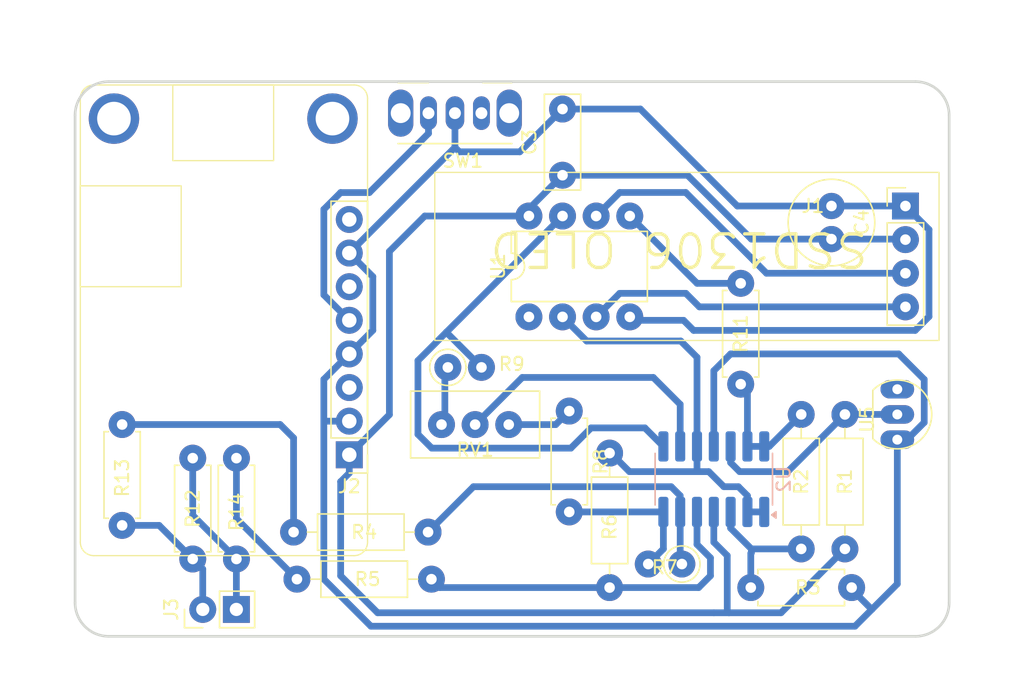
<source format=kicad_pcb>
(kicad_pcb (version 20241229) (generator "pcbnew") (generator_version "9.0")
  (layers (0 "F.Cu" signal) (2 "B.Cu" signal) (13 "F.Paste" user) (15 "B.Paste" user) (5 "F.SilkS" user "F.Silkscreen") (7 "B.SilkS" user "B.Silkscreen") (1 "F.Mask" user) (3 "B.Mask" user) (25 "Edge.Cuts" user))
  (net 0 "")
  (net 1 "GND")
  (net 2 "+5V")
  (net 3 "SDA")
  (net 4 "SCL")
  (net 5 "Net-(J3-Pin_2)")
  (net 7 "Net-(J3-Pin_1)")
  (net 8 "Net-(R9-Pad1)")
  (net 9 "AREF")
  (net 10 "AIN")
  (net 11 "AGND")
  (net 12 "Net-(R7-Pad2)")
  (net 13 "Net-(R8-Pad1)")
  (net 14 "Net-(R13-Pad2)")
  (net 15 "Net-(R14-Pad2)")
  (net 20 "Net-(J2-EN)")
  (net 21 "Net-(U2A-+)")
  (net 22 "Net-(U2D-+)")
  (net 23 "Net-(U2C--)")
  (net 24 "Net-(U2B--)")
  (net 25 "Net-(U2B-+)")
  (footprint "Resistor_THT:R_Axial_DIN0207_L6.3mm_D2.5mm_P10.16mm_Horizontal" (layer "F.Cu") (at 42.164 62.992)
    (property "Reference" "R5" (at 5.334 0 0) (layer "F.SilkS"))
    (property "Value" "1M 1%")
    (fp_line (start 1.04 0) (end 1.81 0) (stroke (width 0.12)) (layer "F.SilkS"))
    (fp_line (start 1.81 -1.37) (end 1.81 1.37) (stroke (width 0.12)) (layer "F.SilkS"))
    (fp_line (start 1.81 1.37) (end 8.35 1.37) (stroke (width 0.12)) (layer "F.SilkS"))
    (fp_line (start 8.35 -1.37) (end 1.81 -1.37) (stroke (width 0.12)) (layer "F.SilkS"))
    (fp_line (start 8.35 1.37) (end 8.35 -1.37) (stroke (width 0.12)) (layer "F.SilkS"))
    (fp_line (start 9.12 0) (end 8.35 0) (stroke (width 0.12)) (layer "F.SilkS"))
    (pad "1" thru_hole circle (at 0 0) (size 2.032 2.032) (drill 0.8) (layers "*.Cu" "*.Mask") (net 15 "Net-(R14-Pad2)"))
    (pad "2" thru_hole circle (at 10.16 0) (size 2.032 2.032) (drill 0.8) (layers "*.Cu" "*.Mask") (net 25 "Net-(U2B-+)"))
  )
  (footprint "MountingHole:MountingHole_2.2mm_M2" (layer "F.Cu") (at 29.21 63.5)
    (property "Reference" "REF**" (hide yes))
    (property "Value" "MountingHole_2.2mm_M2")
    (pad "" np_thru_hole circle (at 0 0) (size 2.2 2.2) (drill 2.2) (layers "*.Cu" "*.Mask"))
  )
  (footprint "Resistor_THT:R_Axial_DIN0207_L6.3mm_D2.5mm_P10.16mm_Horizontal" (layer "F.Cu") (at 41.91 59.436)
    (property "Reference" "R4" (at 5.334 0 0) (layer "F.SilkS"))
    (property "Value" "1M 1%")
    (fp_line (start 1.04 0) (end 1.81 0) (stroke (width 0.12)) (layer "F.SilkS"))
    (fp_line (start 1.81 -1.37) (end 1.81 1.37) (stroke (width 0.12)) (layer "F.SilkS"))
    (fp_line (start 1.81 1.37) (end 8.35 1.37) (stroke (width 0.12)) (layer "F.SilkS"))
    (fp_line (start 8.35 -1.37) (end 1.81 -1.37) (stroke (width 0.12)) (layer "F.SilkS"))
    (fp_line (start 8.35 1.37) (end 8.35 -1.37) (stroke (width 0.12)) (layer "F.SilkS"))
    (fp_line (start 9.12 0) (end 8.35 0) (stroke (width 0.12)) (layer "F.SilkS"))
    (pad "1" thru_hole circle (at 0 0) (size 2.032 2.032) (drill 0.8) (layers "*.Cu" "*.Mask") (net 14 "Net-(R13-Pad2)"))
    (pad "2" thru_hole circle (at 10.16 0) (size 2.032 2.032) (drill 0.8) (layers "*.Cu" "*.Mask") (net 24 "Net-(U2B--)"))
  )
  (footprint "Connector_PinHeader_2.54mm:PinHeader_1x02_P2.54mm_Vertical" (layer "F.Cu") (at 35.047 65.278 90)
    (property "Reference" "J3" (at 0 -2.38 90) (layer "F.SilkS"))
    (property "Value" "Conn_01x02_Pin")
    (fp_line (start -1.38 -1.38) (end 0 -1.38) (stroke (width 0.12)) (layer "F.SilkS"))
    (fp_line (start -1.38 0) (end -1.38 -1.38) (stroke (width 0.12)) (layer "F.SilkS"))
    (fp_line (start 1.38 1.27) (end 1.38 3.92) (stroke (width 0.12)) (layer "F.SilkS"))
    (fp_line (start -1.38 1.27) (end 1.38 1.27) (stroke (width 0.12)) (layer "F.SilkS"))
    (fp_line (start -1.38 1.27) (end -1.38 3.92) (stroke (width 0.12)) (layer "F.SilkS"))
    (fp_line (start -1.38 3.92) (end 1.38 3.92) (stroke (width 0.12)) (layer "F.SilkS"))
    (pad "1" thru_hole circle (at 0 0 90) (size 2.032 2.032) (drill 1) (layers "*.Cu" "*.Mask") (net 7 "Net-(J3-Pin_1)"))
    (pad "2" thru_hole rect (at 0 2.54 90) (size 2.032 2.032) (drill 1) (layers "*.Cu" "*.Mask") (net 5 "Net-(J3-Pin_2)"))
  )
  (footprint "User:PowerBoost 500C" (layer "F.Cu") (at 46.1175 53.594 180)
    (property "Reference" "J2" (at 0 -2.38 0) (layer "F.SilkS"))
    (property "Value" "PowerBoost_500C")
    (fp_line (start 20.32 -6.604) (end 20.32 26.924) (stroke (width 0.1)) (layer "F.SilkS"))
    (fp_line (start 19.304 27.94) (end -0.364 27.94) (stroke (width 0.1)) (layer "F.SilkS"))
    (fp_line (start 1.38 1.27) (end 1.38 19.16) (stroke (width 0.12)) (layer "F.SilkS"))
    (fp_line (start -0.364 -7.62) (end 19.304 -7.62) (stroke (width 0.1)) (layer "F.SilkS"))
    (fp_line (start -1.38 26.924) (end -1.38 -6.604) (stroke (width 0.1)) (layer "F.SilkS"))
    (fp_line (start -1.38 19.16) (end 1.38 19.16) (stroke (width 0.12)) (layer "F.SilkS"))
    (fp_line (start -1.38 1.27) (end 1.38 1.27) (stroke (width 0.12)) (layer "F.SilkS"))
    (fp_line (start -1.38 1.27) (end -1.38 19.16) (stroke (width 0.12)) (layer "F.SilkS"))
    (fp_line (start -1.38 0) (end -1.38 -1.38) (stroke (width 0.12)) (layer "F.SilkS"))
    (fp_line (start -1.38 -1.38) (end 0 -1.38) (stroke (width 0.12)) (layer "F.SilkS"))
    (fp_rect (start 12.7 12.7) (end 20.32 20.32) (stroke (width 0.1)) (fill no) (layer "F.SilkS"))
    (fp_rect (start 5.715 22.225) (end 13.335 27.94) (stroke (width 0.1)) (fill no) (layer "F.SilkS"))
    (fp_arc (start 20.32 26.924) (mid 20.02242 27.64242) (end 19.304 27.94) (stroke (width 0.1)) (layer "F.SilkS"))
    (fp_arc (start 19.304 -7.62) (mid 20.02242 -7.32242) (end 20.32 -6.604) (stroke (width 0.1)) (layer "F.SilkS"))
    (fp_arc (start -0.364 27.94) (mid -1.08242 27.64242) (end -1.38 26.924) (stroke (width 0.1)) (layer "F.SilkS"))
    (fp_arc (start -1.38 -6.604) (mid -1.08242 -7.32242) (end -0.364 -7.62) (stroke (width 0.1)) (layer "F.SilkS"))
    (pad "1" thru_hole rect (at 0 0 180) (size 2.032 2.032) (drill 1.0922) (layers "*.Cu" "*.Mask") (net 2 "+5V"))
    (pad "2" thru_hole circle (at 0 2.54 180) (size 2.032 2.032) (drill 1.0922) (layers "*.Cu" "*.Mask") (net 1 "GND"))
    (pad "3" thru_hole circle (at 0 5.08 180) (size 2.032 2.032) (drill 1.0922) (layers "*.Cu" "*.Mask"))
    (pad "4" thru_hole circle (at 0 7.62 180) (size 2.032 2.032) (drill 1.0922) (layers "*.Cu" "*.Mask") (net 1 "GND"))
    (pad "5" thru_hole circle (at 0 10.16 180) (size 2.032 2.032) (drill 1.0922) (layers "*.Cu" "*.Mask") (net 20 "Net-(J2-EN)"))
    (pad "6" thru_hole circle (at 0 12.7 180) (size 2.032 2.032) (drill 1.0922) (layers "*.Cu" "*.Mask"))
    (pad "7" thru_hole circle (at 0 15.24 180) (size 2.032 2.032) (drill 1.0922) (layers "*.Cu" "*.Mask") (net 1 "GND"))
    (pad "8" thru_hole circle (at 0 17.78 180) (size 2.032 2.032) (drill 1.0922) (layers "*.Cu" "*.Mask"))
    (pad "9" thru_hole circle (at 1.27 25.4 180) (size 3.81 3.81) (drill 2.54) (layers "*.Cu" "*.Mask"))
    (pad "9" thru_hole circle (at 17.78 25.4 180) (size 3.81 3.81) (drill 2.54) (layers "*.Cu" "*.Mask"))
  )
  (footprint "Resistor_THT:R_Axial_DIN0207_L6.3mm_D2.5mm_P7.62mm_Horizontal" (layer "F.Cu") (at 28.956 58.928 90)
    (property "Reference" "R13" (at 3.585 0 90) (layer "F.SilkS"))
    (property "Value" "1M 1%")
    (fp_line (start 7.08 -1.37) (end 7.08 -1.04) (stroke (width 0.12)) (layer "F.SilkS"))
    (fp_line (start 0.54 -1.37) (end 7.08 -1.37) (stroke (width 0.12)) (layer "F.SilkS"))
    (fp_line (start 0.54 -1.04) (end 0.54 -1.37) (stroke (width 0.12)) (layer "F.SilkS"))
    (fp_line (start 0.54 1.04) (end 0.54 1.37) (stroke (width 0.12)) (layer "F.SilkS"))
    (fp_line (start 7.08 1.37) (end 7.08 1.04) (stroke (width 0.12)) (layer "F.SilkS"))
    (fp_line (start 0.54 1.37) (end 7.08 1.37) (stroke (width 0.12)) (layer "F.SilkS"))
    (pad "1" thru_hole circle (at 0 0 90) (size 2.032 2.032) (drill 0.8) (layers "*.Cu" "*.Mask") (net 7 "Net-(J3-Pin_1)"))
    (pad "2" thru_hole circle (at 7.62 0 90) (size 2.032 2.032) (drill 0.8) (layers "*.Cu" "*.Mask") (net 14 "Net-(R13-Pad2)"))
  )
  (footprint "Capacitor_THT:C_Radial_D6.3mm_H7.0mm_P2.50mm" (layer "F.Cu") (at 82.55 37.298 90)
    (property "Reference" "C4" (at 1.27 2.286 90) (layer "F.SilkS"))
    (property "Value" "100u")
    (fp_circle (center 1.25 0) (end 4.52 0) (stroke (width 0.12)) (fill no) (layer "F.SilkS"))
    (pad "1" thru_hole circle (at 0 0 90) (size 1.9812 1.9812) (drill 0.8) (layers "*.Cu" "*.Mask") (net 2 "+5V"))
    (pad "2" thru_hole circle (at 2.5 0 90) (size 1.9812 1.9812) (drill 0.8) (layers "*.Cu" "*.Mask") (net 1 "GND"))
  )
  (footprint "User:SSD1306_128x32_OLED" (layer "F.Cu") (at 88.138 34.798)
    (property "Reference" "J1" (at -6.985 0 0) (layer "F.SilkS"))
    (property "Value" "SSD1306_128x32_OLED")
    (fp_line (start -1.38 -1.38) (end 0 -1.38) (stroke (width 0.12)) (layer "F.SilkS"))
    (fp_line (start -1.38 0) (end -1.38 -1.38) (stroke (width 0.12)) (layer "F.SilkS"))
    (fp_line (start -1.38 1.27) (end -1.38 9) (stroke (width 0.12)) (layer "F.SilkS"))
    (fp_line (start -1.38 1.27) (end 1.38 1.27) (stroke (width 0.12)) (layer "F.SilkS"))
    (fp_line (start -1.38 9) (end 1.38 9) (stroke (width 0.12)) (layer "F.SilkS"))
    (fp_line (start 1.38 1.27) (end 1.38 9) (stroke (width 0.12)) (layer "F.SilkS"))
    (fp_rect (start -35.56 -2.54) (end 2.54 10.16) (stroke (width 0.1)) (fill no) (layer "F.SilkS"))
    (fp_text user "SSD1306 OLED" (at -2.667 1.778 180) (layer "F.SilkS") (effects (font (size 2.54 2.54) (thickness 0.254)) (justify left bottom)))
    (pad "1" thru_hole rect (at 0 0) (size 2.032 2.032) (drill 0.8) (layers "*.Cu" "*.Mask") (net 1 "GND"))
    (pad "2" thru_hole circle (at 0 2.54) (size 2.032 2.032) (drill 0.8) (layers "*.Cu" "*.Mask") (net 2 "+5V"))
    (pad "3" thru_hole circle (at 0 5.08) (size 2.032 2.032) (drill 0.8) (layers "*.Cu" "*.Mask") (net 4 "SCL"))
    (pad "4" thru_hole circle (at 0 7.62) (size 2.032 2.032) (drill 0.8) (layers "*.Cu" "*.Mask") (net 3 "SDA"))
  )
  (footprint "MountingHole:MountingHole_2.2mm_M2" (layer "F.Cu") (at 87.63 29.21)
    (property "Reference" "REF**" (hide yes))
    (property "Value" "MountingHole_2.2mm_M2")
    (pad "" np_thru_hole circle (at 0 0) (size 2.2 2.2) (drill 2.2) (layers "*.Cu" "*.Mask"))
  )
  (footprint "Button_Switch_THT:SW_Slide_SPDT_Angled_CK_OS102011MA1Q" (layer "F.Cu") (at 56.102 27.781 180)
    (property "Reference" "SW1" (at 1.4 -3.6 0) (layer "F.SilkS"))
    (property "Value" "SW_SPDT")
    (fp_line (start 4 2.3) (end 6.3 2.3) (stroke (width 0.12)) (layer "F.SilkS"))
    (fp_line (start -2.3 2.3) (end -0.1 2.3) (stroke (width 0.12)) (layer "F.SilkS"))
    (fp_line (start -2.3 -2.3) (end 6.3 -2.3) (stroke (width 0.12)) (layer "F.SilkS"))
    (pad "" thru_hole oval (at -2.1 0 180) (size 1.905 3.556) (drill 1.5) (layers "*.Cu" "*.Mask"))
    (pad "" thru_hole oval (at 6.1 0 180) (size 1.905 3.556) (drill 1.5) (layers "*.Cu" "*.Mask"))
    (pad "1" thru_hole oval (at 0 0 180) (size 1.27 2.54) (drill 0.9) (layers "*.Cu" "*.Mask"))
    (pad "2" thru_hole oval (at 2 0 180) (size 1.397 2.54) (drill 0.9) (layers "*.Cu" "*.Mask") (net 1 "GND"))
    (pad "3" thru_hole oval (at 4 0 180) (size 1.27 2.54) (drill 0.9) (layers "*.Cu" "*.Mask") (net 20 "Net-(J2-EN)"))
  )
  (footprint "Resistor_THT:R_Axial_DIN0207_L6.3mm_D2.5mm_P7.62mm_Horizontal" (layer "F.Cu") (at 34.29 61.468 90)
    (property "Reference" "R12" (at 3.81 0 90) (layer "F.SilkS"))
    (property "Value" "10M 1%")
    (fp_line (start 7.08 -1.37) (end 7.08 -1.04) (stroke (width 0.12)) (layer "F.SilkS"))
    (fp_line (start 0.54 -1.37) (end 7.08 -1.37) (stroke (width 0.12)) (layer "F.SilkS"))
    (fp_line (start 0.54 -1.04) (end 0.54 -1.37) (stroke (width 0.12)) (layer "F.SilkS"))
    (fp_line (start 0.54 1.04) (end 0.54 1.37) (stroke (width 0.12)) (layer "F.SilkS"))
    (fp_line (start 7.08 1.37) (end 7.08 1.04) (stroke (width 0.12)) (layer "F.SilkS"))
    (fp_line (start 0.54 1.37) (end 7.08 1.37) (stroke (width 0.12)) (layer "F.SilkS"))
    (pad "1" thru_hole circle (at 0 0 90) (size 2.032 2.032) (drill 0.8) (layers "*.Cu" "*.Mask") (net 7 "Net-(J3-Pin_1)"))
    (pad "2" thru_hole circle (at 7.62 0 90) (size 2.032 2.032) (drill 0.8) (layers "*.Cu" "*.Mask") (net 5 "Net-(J3-Pin_2)"))
  )
  (footprint "Resistor_THT:R_Axial_DIN0207_L6.3mm_D2.5mm_P2.54mm_Vertical" (layer "F.Cu") (at 71.247 61.849 180)
    (property "Reference" "R7" (at 1.299 -0.254 0) (layer "F.SilkS"))
    (property "Value" "100k 1%")
    (fp_line (start 1.37 0) (end 1.44 0) (stroke (width 0.12)) (layer "F.SilkS"))
    (fp_circle (center 0 0) (end 1.37 0) (stroke (width 0.12)) (fill no) (layer "F.SilkS"))
    (pad "1" thru_hole circle (at 0 0 180) (size 2.032 2.032) (drill 0.8) (layers "*.Cu" "*.Mask") (net 24 "Net-(U2B--)"))
    (pad "2" thru_hole circle (at 2.54 0 180) (size 2.032 2.032) (drill 0.8) (layers "*.Cu" "*.Mask") (net 12 "Net-(R7-Pad2)"))
  )
  (footprint "Resistor_THT:R_Axial_DIN0207_L6.3mm_D2.5mm_P7.62mm_Horizontal" (layer "F.Cu") (at 76.454 63.627)
    (property "Reference" "R3" (at 4.318 0 0) (layer "F.SilkS"))
    (property "Value" "100k 1%")
    (fp_line (start 0.54 -1.37) (end 7.08 -1.37) (stroke (width 0.12)) (layer "F.SilkS"))
    (fp_line (start 0.54 -1.04) (end 0.54 -1.37) (stroke (width 0.12)) (layer "F.SilkS"))
    (fp_line (start 0.54 1.04) (end 0.54 1.37) (stroke (width 0.12)) (layer "F.SilkS"))
    (fp_line (start 0.54 1.37) (end 7.08 1.37) (stroke (width 0.12)) (layer "F.SilkS"))
    (fp_line (start 7.08 -1.37) (end 7.08 -1.04) (stroke (width 0.12)) (layer "F.SilkS"))
    (fp_line (start 7.08 1.37) (end 7.08 1.04) (stroke (width 0.12)) (layer "F.SilkS"))
    (pad "1" thru_hole circle (at 0 0) (size 2.032 2.032) (drill 0.8) (layers "*.Cu" "*.Mask") (net 21 "Net-(U2A-+)"))
    (pad "2" thru_hole circle (at 7.62 0) (size 2.032 2.032) (drill 0.8) (layers "*.Cu" "*.Mask") (net 1 "GND"))
  )
  (footprint "Resistor_THT:R_Axial_DIN0207_L6.3mm_D2.5mm_P10.16mm_Horizontal" (layer "F.Cu") (at 80.264 50.546 -90)
    (property "Reference" "R2" (at 5.08 0 90) (layer "F.SilkS"))
    (property "Value" "100k 1%")
    (fp_line (start 1.81 1.37) (end 8.35 1.37) (stroke (width 0.12)) (layer "F.SilkS"))
    (fp_line (start 8.35 1.37) (end 8.35 -1.37) (stroke (width 0.12)) (layer "F.SilkS"))
    (fp_line (start 1.04 0) (end 1.81 0) (stroke (width 0.12)) (layer "F.SilkS"))
    (fp_line (start 9.12 0) (end 8.35 0) (stroke (width 0.12)) (layer "F.SilkS"))
    (fp_line (start 1.81 -1.37) (end 1.81 1.37) (stroke (width 0.12)) (layer "F.SilkS"))
    (fp_line (start 8.35 -1.37) (end 1.81 -1.37) (stroke (width 0.12)) (layer "F.SilkS"))
    (pad "1" thru_hole circle (at 0 0 270) (size 2.032 2.032) (drill 0.8) (layers "*.Cu" "*.Mask") (net 9 "AREF"))
    (pad "2" thru_hole circle (at 10.16 0 270) (size 2.032 2.032) (drill 0.8) (layers "*.Cu" "*.Mask") (net 21 "Net-(U2A-+)"))
  )
  (footprint "Package_DIP:DIP-8_W7.62mm" (layer "F.Cu") (at 59.69 43.175 90)
    (property "Reference" "U1" (at 3.81 -2.33 90) (layer "F.SilkS"))
    (property "Value" "ATtiny85-20P")
    (fp_line (start 6.46 -1.33) (end 4.81 -1.33) (stroke (width 0.12)) (layer "F.SilkS"))
    (fp_line (start 2.81 -1.33) (end 1.16 -1.33) (stroke (width 0.12)) (layer "F.SilkS"))
    (fp_line (start 1.16 -1.33) (end 1.16 8.95) (stroke (width 0.12)) (layer "F.SilkS"))
    (fp_line (start 6.46 8.95) (end 6.46 -1.33) (stroke (width 0.12)) (layer "F.SilkS"))
    (fp_line (start 1.16 8.95) (end 6.46 8.95) (stroke (width 0.12)) (layer "F.SilkS"))
    (fp_arc (start 4.81 -1.33) (mid 3.81 -0.33) (end 2.81 -1.33) (stroke (width 0.12)) (layer "F.SilkS"))
    (pad "1" thru_hole circle (at 0 0 90) (size 2.032 2.032) (drill 0.8) (layers "*.Cu" "*.Mask"))
    (pad "2" thru_hole circle (at 0 2.54 90) (size 2.032 2.032) (drill 0.8) (layers "*.Cu" "*.Mask") (net 11 "AGND"))
    (pad "3" thru_hole circle (at 0 5.08 90) (size 2.032 2.032) (drill 0.8) (layers "*.Cu" "*.Mask") (net 3 "SDA"))
    (pad "4" thru_hole circle (at 0 7.62 90) (size 2.032 2.032) (drill 0.8) (layers "*.Cu" "*.Mask") (net 1 "GND"))
    (pad "5" thru_hole circle (at 7.62 7.62 90) (size 2.032 2.032) (drill 0.8) (layers "*.Cu" "*.Mask") (net 9 "AREF"))
    (pad "6" thru_hole circle (at 7.62 5.08 90) (size 2.032 2.032) (drill 0.8) (layers "*.Cu" "*.Mask") (net 4 "SCL"))
    (pad "7" thru_hole circle (at 7.62 2.54 90) (size 2.032 2.032) (drill 0.8) (layers "*.Cu" "*.Mask") (net 10 "AIN"))
    (pad "8" thru_hole circle (at 7.62 0 90) (size 2.032 2.032) (drill 0.8) (layers "*.Cu" "*.Mask") (net 2 "+5V"))
  )
  (footprint "Resistor_THT:R_Axial_DIN0207_L6.3mm_D2.5mm_P10.16mm_Horizontal" (layer "F.Cu") (at 83.566 60.706 90)
    (property "Reference" "R1" (at 5.08 0 90) (layer "F.SilkS"))
    (property "Value" "220K")
    (fp_line (start 8.35 -1.37) (end 1.81 -1.37) (stroke (width 0.12)) (layer "F.SilkS"))
    (fp_line (start 1.81 -1.37) (end 1.81 1.37) (stroke (width 0.12)) (layer "F.SilkS"))
    (fp_line (start 9.12 0) (end 8.35 0) (stroke (width 0.12)) (layer "F.SilkS"))
    (fp_line (start 1.04 0) (end 1.81 0) (stroke (width 0.12)) (layer "F.SilkS"))
    (fp_line (start 8.35 1.37) (end 8.35 -1.37) (stroke (width 0.12)) (layer "F.SilkS"))
    (fp_line (start 1.81 1.37) (end 8.35 1.37) (stroke (width 0.12)) (layer "F.SilkS"))
    (pad "1" thru_hole circle (at 0 0 90) (size 2.032 2.032) (drill 0.8) (layers "*.Cu" "*.Mask") (net 2 "+5V"))
    (pad "2" thru_hole circle (at 10.16 0 90) (size 2.032 2.032) (drill 0.8) (layers "*.Cu" "*.Mask") (net 22 "Net-(U2D-+)"))
  )
  (footprint "Resistor_THT:R_Axial_DIN0207_L6.3mm_D2.5mm_P7.62mm_Horizontal" (layer "F.Cu") (at 62.738 50.292 -90)
    (property "Reference" "R8" (at 3.81 -2.37 270) (layer "F.SilkS"))
    (property "Value" "100k 1%")
    (fp_line (start 0.54 1.37) (end 7.08 1.37) (stroke (width 0.12)) (layer "F.SilkS"))
    (fp_line (start 7.08 1.37) (end 7.08 1.04) (stroke (width 0.12)) (layer "F.SilkS"))
    (fp_line (start 0.54 1.04) (end 0.54 1.37) (stroke (width 0.12)) (layer "F.SilkS"))
    (fp_line (start 0.54 -1.04) (end 0.54 -1.37) (stroke (width 0.12)) (layer "F.SilkS"))
    (fp_line (start 0.54 -1.37) (end 7.08 -1.37) (stroke (width 0.12)) (layer "F.SilkS"))
    (fp_line (start 7.08 -1.37) (end 7.08 -1.04) (stroke (width 0.12)) (layer "F.SilkS"))
    (pad "1" thru_hole circle (at 0 0 270) (size 2.032 2.032) (drill 0.8) (layers "*.Cu" "*.Mask") (net 13 "Net-(R8-Pad1)"))
    (pad "2" thru_hole circle (at 7.62 0 270) (size 2.032 2.032) (drill 0.8) (layers "*.Cu" "*.Mask") (net 12 "Net-(R7-Pad2)"))
  )
  (footprint "Resistor_THT:R_Axial_DIN0207_L6.3mm_D2.5mm_P7.62mm_Horizontal" (layer "F.Cu") (at 37.592 61.468 90)
    (property "Reference" "R14" (at 3.556 0 90) (layer "F.SilkS"))
    (property "Value" "1M 1%")
    (fp_line (start 7.08 -1.37) (end 7.08 -1.04) (stroke (width 0.12)) (layer "F.SilkS"))
    (fp_line (start 0.54 -1.37) (end 7.08 -1.37) (stroke (width 0.12)) (layer "F.SilkS"))
    (fp_line (start 0.54 -1.04) (end 0.54 -1.37) (stroke (width 0.12)) (layer "F.SilkS"))
    (fp_line (start 0.54 1.04) (end 0.54 1.37) (stroke (width 0.12)) (layer "F.SilkS"))
    (fp_line (start 7.08 1.37) (end 7.08 1.04) (stroke (width 0.12)) (layer "F.SilkS"))
    (fp_line (start 0.54 1.37) (end 7.08 1.37) (stroke (width 0.12)) (layer "F.SilkS"))
    (pad "1" thru_hole circle (at 0 0 90) (size 2.032 2.032) (drill 0.8) (layers "*.Cu" "*.Mask") (net 5 "Net-(J3-Pin_2)"))
    (pad "2" thru_hole circle (at 7.62 0 90) (size 2.032 2.032) (drill 0.8) (layers "*.Cu" "*.Mask") (net 15 "Net-(R14-Pad2)"))
  )
  (footprint "Package_TO_SOT_THT:TO-92_Inline" (layer "F.Cu") (at 87.524 49.276 -90)
    (property "Reference" "U5" (at 1.651 2.286 90) (layer "F.SilkS"))
    (property "Value" "LM385BZ-2.5")
    (fp_line (start -0.53 1.85) (end 3.07 1.85) (stroke (width 0.12)) (layer "F.SilkS"))
    (fp_arc (start -0.568478 1.838478) (mid -1.132087 -0.994977) (end 1.27 -2.6) (stroke (width 0.12)) (layer "F.SilkS"))
    (fp_arc (start 1.27 -2.6) (mid 3.672087 -0.994977) (end 3.108478 1.838478) (stroke (width 0.12)) (layer "F.SilkS"))
    (pad "1" thru_hole oval (at -0.635 0 270) (size 1.397 2.54) (drill 0.75) (layers "*.Cu" "*.Mask"))
    (pad "2" thru_hole oval (at 1.27 0 270) (size 1.397 2.54) (drill 0.75) (layers "*.Cu" "*.Mask") (net 22 "Net-(U2D-+)"))
    (pad "3" thru_hole oval (at 3.175 0 270) (size 1.397 2.54) (drill 0.75) (layers "*.Cu" "*.Mask") (net 1 "GND"))
  )
  (footprint "Potentiometer_THT:Potentiometer_Bourns_3296W_Vertical" (layer "F.Cu") (at 53.086 51.313 180)
    (property "Reference" "RV1" (at -2.54 -1.905 0) (layer "F.SilkS"))
    (property "Value" "100k 15T")
    (fp_line (start 2.335 -2.52) (end 2.335 2.53) (stroke (width 0.12)) (layer "F.SilkS"))
    (fp_line (start -7.415 2.53) (end 2.335 2.53) (stroke (width 0.12)) (layer "F.SilkS"))
    (fp_line (start -7.415 -2.52) (end 2.335 -2.52) (stroke (width 0.12)) (layer "F.SilkS"))
    (fp_line (start -7.415 -2.52) (end -7.415 2.53) (stroke (width 0.12)) (layer "F.SilkS"))
    (pad "1" thru_hole circle (at 0 0 180) (size 2.032 2.032) (drill 0.8) (layers "*.Cu" "*.Mask") (net 8 "Net-(R9-Pad1)"))
    (pad "2" thru_hole circle (at -2.54 0 180) (size 2.032 2.032) (drill 0.8) (layers "*.Cu" "*.Mask") (net 23 "Net-(U2C--)"))
    (pad "3" thru_hole circle (at -5.08 0 180) (size 2.032 2.032) (drill 0.8) (layers "*.Cu" "*.Mask") (net 13 "Net-(R8-Pad1)"))
  )
  (footprint "Resistor_THT:R_Axial_DIN0207_L6.3mm_D2.5mm_P7.62mm_Horizontal" (layer "F.Cu") (at 75.692 40.64 -90)
    (property "Reference" "R11" (at 3.81 0 90) (layer "F.SilkS"))
    (property "Value" "0")
    (fp_line (start 0.54 1.37) (end 7.08 1.37) (stroke (width 0.12)) (layer "F.SilkS"))
    (fp_line (start 7.08 1.37) (end 7.08 1.04) (stroke (width 0.12)) (layer "F.SilkS"))
    (fp_line (start 0.54 1.04) (end 0.54 1.37) (stroke (width 0.12)) (layer "F.SilkS"))
    (fp_line (start 0.54 -1.04) (end 0.54 -1.37) (stroke (width 0.12)) (layer "F.SilkS"))
    (fp_line (start 0.54 -1.37) (end 7.08 -1.37) (stroke (width 0.12)) (layer "F.SilkS"))
    (fp_line (start 7.08 -1.37) (end 7.08 -1.04) (stroke (width 0.12)) (layer "F.SilkS"))
    (pad "1" thru_hole circle (at 0 0 270) (size 2.032 2.032) (drill 0.8) (layers "*.Cu" "*.Mask") (net 9 "AREF"))
    (pad "2" thru_hole circle (at 7.62 0 270) (size 2.032 2.032) (drill 0.8) (layers "*.Cu" "*.Mask") (net 9 "AREF"))
  )
  (footprint "Capacitor_THT:C_Disc_D7.0mm_W2.5mm_P5.00mm" (layer "F.Cu") (at 62.23 32.472 90)
    (property "Reference" "C3" (at 2.5 -2.5 90) (layer "F.SilkS"))
    (property "Value" "100n")
    (fp_line (start 6.12 -1.37) (end 6.12 1.37) (stroke (width 0.12)) (layer "F.SilkS"))
    (fp_line (start -1.12 -1.37) (end 6.12 -1.37) (stroke (width 0.12)) (layer "F.SilkS"))
    (fp_line (start -1.12 -1.37) (end -1.12 1.37) (stroke (width 0.12)) (layer "F.SilkS"))
    (fp_line (start -1.12 1.37) (end 6.12 1.37) (stroke (width 0.12)) (layer "F.SilkS"))
    (pad "1" thru_hole circle (at 0 0 90) (size 2.032 2.032) (drill 0.8) (layers "*.Cu" "*.Mask") (net 2 "+5V"))
    (pad "2" thru_hole circle (at 5 0 90) (size 2.032 2.032) (drill 0.8) (layers "*.Cu" "*.Mask") (net 1 "GND"))
  )
  (footprint "Resistor_THT:R_Axial_DIN0207_L6.3mm_D2.5mm_P2.54mm_Vertical" (layer "F.Cu") (at 53.565 46.99)
    (property "Reference" "R9" (at 4.826 -0.254 0) (layer "F.SilkS"))
    (property "Value" "100k 1%")
    (fp_line (start 1.37 0) (end 1.44 0) (stroke (width 0.12)) (layer "F.SilkS"))
    (fp_circle (center 0 0) (end 1.37 0) (stroke (width 0.12)) (fill no) (layer "F.SilkS"))
    (pad "1" thru_hole circle (at 0 0) (size 2.032 2.032) (drill 0.8) (layers "*.Cu" "*.Mask") (net 8 "Net-(R9-Pad1)"))
    (pad "2" thru_hole circle (at 2.54 0) (size 2.032 2.032) (drill 0.8) (layers "*.Cu" "*.Mask") (net 10 "AIN"))
  )
  (footprint "Resistor_THT:R_Axial_DIN0207_L6.3mm_D2.5mm_P10.16mm_Horizontal" (layer "F.Cu") (at 65.786 63.627 90)
    (property "Reference" "R6" (at 4.572 0 90) (layer "F.SilkS"))
    (property "Value" "100k 1%")
    (fp_line (start 8.35 -1.37) (end 1.81 -1.37) (stroke (width 0.12)) (layer "F.SilkS"))
    (fp_line (start 1.81 -1.37) (end 1.81 1.37) (stroke (width 0.12)) (layer "F.SilkS"))
    (fp_line (start 9.12 0) (end 8.35 0) (stroke (width 0.12)) (layer "F.SilkS"))
    (fp_line (start 1.04 0) (end 1.81 0) (stroke (width 0.12)) (layer "F.SilkS"))
    (fp_line (start 8.35 1.37) (end 8.35 -1.37) (stroke (width 0.12)) (layer "F.SilkS"))
    (fp_line (start 1.81 1.37) (end 8.35 1.37) (stroke (width 0.12)) (layer "F.SilkS"))
    (pad "1" thru_hole circle (at 0 0 90) (size 2.032 2.032) (drill 0.8) (layers "*.Cu" "*.Mask") (net 25 "Net-(U2B-+)"))
    (pad "2" thru_hole circle (at 10.16 0 90) (size 2.032 2.032) (drill 0.8) (layers "*.Cu" "*.Mask") (net 11 "AGND"))
  )
  (footprint "Package_SO:SOIC-14_3.9x8.7mm_P1.27mm" (layer "B.Cu") (at 73.66 55.437 90)
    (property "Reference" "U2" (at 0 5.28 90) (layer "B.SilkS") (effects (justify mirror)))
    (property "Value" "OPA4340UA")
    (fp_line (start 0 -4.435) (end 1.95 -4.435) (stroke (width 0.12)) (layer "B.SilkS"))
    (fp_line (start 0 -4.435) (end -1.95 -4.435) (stroke (width 0.12)) (layer "B.SilkS"))
    (fp_line (start 0 4.435) (end 1.95 4.435) (stroke (width 0.12)) (layer "B.SilkS"))
    (fp_line (start 0 4.435) (end -1.95 4.435) (stroke (width 0.12)) (layer "B.SilkS"))
    (fp_poly (pts (xy -2.7 4.37) (xy -2.94 4.7) (xy -2.46 4.7)) (stroke (width 0.12)) (fill yes) (layer "B.SilkS"))
    (pad "1" smd roundrect (at -2.475 3.81 90) (size 2.286 0.762) (layers "B.Cu" "B.Mask" "B.Paste") (net 11 "AGND"))
    (pad "2" smd roundrect (at -2.475 2.54 90) (size 2.286 0.762) (layers "B.Cu" "B.Mask" "B.Paste") (net 11 "AGND"))
    (pad "3" smd roundrect (at -2.475 1.27 90) (size 2.286 0.762) (layers "B.Cu" "B.Mask" "B.Paste") (net 21 "Net-(U2A-+)"))
    (pad "4" smd roundrect (at -2.475 0 90) (size 2.286 0.762) (layers "B.Cu" "B.Mask" "B.Paste") (net 2 "+5V"))
    (pad "5" smd roundrect (at -2.475 -1.27 90) (size 2.286 0.762) (layers "B.Cu" "B.Mask" "B.Paste") (net 25 "Net-(U2B-+)"))
    (pad "6" smd roundrect (at -2.475 -2.54 90) (size 2.286 0.762) (layers "B.Cu" "B.Mask" "B.Paste") (net 24 "Net-(U2B--)"))
    (pad "7" smd roundrect (at -2.475 -3.81 90) (size 2.286 0.762) (layers "B.Cu" "B.Mask" "B.Paste") (net 12 "Net-(R7-Pad2)"))
    (pad "8" smd roundrect (at 2.475 -3.81 90) (size 2.286 0.762) (layers "B.Cu" "B.Mask" "B.Paste") (net 10 "AIN"))
    (pad "9" smd roundrect (at 2.475 -2.54 90) (size 2.286 0.762) (layers "B.Cu" "B.Mask" "B.Paste") (net 23 "Net-(U2C--)"))
    (pad "10" smd roundrect (at 2.475 -1.27 90) (size 2.286 0.762) (layers "B.Cu" "B.Mask" "B.Paste") (net 11 "AGND"))
    (pad "11" smd roundrect (at 2.475 0 90) (size 2.286 0.762) (layers "B.Cu" "B.Mask" "B.Paste") (net 1 "GND"))
    (pad "12" smd roundrect (at 2.475 1.27 90) (size 2.286 0.762) (layers "B.Cu" "B.Mask" "B.Paste") (net 22 "Net-(U2D-+)"))
    (pad "13" smd roundrect (at 2.475 2.54 90) (size 2.286 0.762) (layers "B.Cu" "B.Mask" "B.Paste") (net 9 "AREF"))
    (pad "14" smd roundrect (at 2.475 3.81 90) (size 2.286 0.762) (layers "B.Cu" "B.Mask" "B.Paste") (net 9 "AREF"))
  )
  (gr_arc (start 88.9 25.4) (mid 90.696051 26.143949) (end 91.44 27.94) (stroke (width 0.2)) (layer "Edge.Cuts"))
  (gr_arc (start 91.44 64.77) (mid 90.696051 66.566051) (end 88.9 67.31) (stroke (width 0.2)) (layer "Edge.Cuts"))
  (gr_line (start 88.9 67.31) (end 27.94 67.31) (stroke (width 0.2)) (layer "Edge.Cuts"))
  (gr_arc (start 25.4 27.94) (mid 26.143949 26.143949) (end 27.94 25.4) (stroke (width 0.2)) (layer "Edge.Cuts"))
  (gr_line (start 25.4 64.77) (end 25.4 27.94) (stroke (width 0.2)) (layer "Edge.Cuts"))
  (gr_arc (start 27.94 67.31) (mid 26.143949 66.566051) (end 25.4 64.77) (stroke (width 0.2)) (layer "Edge.Cuts"))
  (gr_line (start 91.44 27.94) (end 91.44 64.77) (stroke (width 0.2)) (layer "Edge.Cuts"))
  (gr_line (start 27.94 25.4) (end 88.9 25.4) (stroke (width 0.2)) (layer "Edge.Cuts"))
  (segment (start 73.66 47.244) (end 73.66 52.962) (width 0.508) (layer "B.Cu") (net 1))
  (segment (start 88.257373 52.451) (end 89.557 51.151373) (width 0.508) (layer "B.Cu") (net 1))
  (segment (start 85.5975 65.2775) (end 87.524 63.351) (width 0.508) (layer "B.Cu") (net 1))
  (segment (start 46.1175 45.974) (end 44.196 47.8955) (width 0.508) (layer "B.Cu") (net 1))
  (segment (start 87.524 52.451) (end 88.257373 52.451) (width 0.508) (layer "B.Cu") (net 1))
  (segment (start 47.8965 44.195) (end 46.1175 45.974) (width 0.508) (layer "B.Cu") (net 1))
  (segment (start 44.196 47.8955) (end 44.196 51.054) (width 0.508) (layer "B.Cu") (net 1))
  (segment (start 46.1175 38.354) (end 54.102 30.3695) (width 0.508) (layer "B.Cu") (net 1))
  (segment (start 54.4355 30.703) (end 58.999 30.703) (width 0.508) (layer "B.Cu") (net 1))
  (segment (start 82.55 34.798) (end 88.138 34.798) (width 0.508) (layer "B.Cu") (net 1))
  (segment (start 89.557 47.901) (end 87.63 45.974) (width 0.508) (layer "B.Cu") (net 1))
  (segment (start 46.1175 38.354) (end 47.8965 40.133) (width 0.508) (layer "B.Cu") (net 1))
  (segment (start 46.1175 51.054) (end 44.196 51.054) (width 0.508) (layer "B.Cu") (net 1))
  (segment (start 68.112 27.472) (end 71.374 30.734) (width 0.508) (layer "B.Cu") (net 1))
  (segment (start 84.074 63.754) (end 85.5975 65.2775) (width 0.508) (layer "B.Cu") (net 1))
  (segment (start 54.102 30.3695) (end 54.102 28.162) (width 0.508) (layer "B.Cu") (net 1))
  (segment (start 67.31 43.175) (end 67.569 43.434) (width 0.508) (layer "B.Cu") (net 1))
  (segment (start 89.917 43.154886) (end 89.917 36.577) (width 0.508) (layer "B.Cu") (net 1))
  (segment (start 67.569 43.434) (end 71.374 43.434) (width 0.508) (layer "B.Cu") (net 1))
  (segment (start 44.196 62.992) (end 47.751 66.547) (width 0.508) (layer "B.Cu") (net 1))
  (segment (start 88.874886 44.197) (end 89.917 43.154886) (width 0.508) (layer "B.Cu") (net 1))
  (segment (start 75.438 34.798) (end 82.55 34.798) (width 0.508) (layer "B.Cu") (net 1))
  (segment (start 72.137 44.197) (end 88.874886 44.197) (width 0.508) (layer "B.Cu") (net 1))
  (segment (start 74.93 45.974) (end 73.66 47.244) (width 0.508) (layer "B.Cu") (net 1))
  (segment (start 47.751 66.547) (end 84.328 66.547) (width 0.508) (layer "B.Cu") (net 1))
  (segment (start 89.557 51.151373) (end 89.557 47.901) (width 0.508) (layer "B.Cu") (net 1))
  (segment (start 87.524 63.351) (end 87.524 52.451) (width 0.508) (layer "B.Cu") (net 1))
  (segment (start 71.374 30.734) (end 75.438 34.798) (width 0.508) (layer "B.Cu") (net 1))
  (segment (start 54.102 30.3695) (end 54.4355 30.703) (width 0.508) (layer "B.Cu") (net 1))
  (segment (start 58.999 30.703) (end 62.23 27.472) (width 0.508) (layer "B.Cu") (net 1))
  (segment (start 89.917 36.577) (end 88.138 34.798) (width 0.508) (layer "B.Cu") (net 1))
  (segment (start 47.8965 40.133) (end 47.8965 44.195) (width 0.508) (layer "B.Cu") (net 1))
  (segment (start 84.328 66.547) (end 85.5975 65.2775) (width 0.508) (layer "B.Cu") (net 1))
  (segment (start 71.374 43.434) (end 72.137 44.197) (width 0.508) (layer "B.Cu") (net 1))
  (segment (start 44.196 51.054) (end 44.196 62.992) (width 0.508) (layer "B.Cu") (net 1))
  (segment (start 87.63 45.974) (end 74.93 45.974) (width 0.508) (layer "B.Cu") (net 1))
  (segment (start 62.23 27.472) (end 68.112 27.472) (width 0.508) (layer "B.Cu") (net 1))
  (segment (start 78.742 65.53) (end 74.803 65.53) (width 0.508) (layer "B.Cu") (net 2))
  (segment (start 46.1175 54.9745) (end 46.1175 53.594) (width 0.508) (layer "B.Cu") (net 2))
  (segment (start 88.098 37.298) (end 88.138 37.338) (width 0.508) (layer "B.Cu") (net 2))
  (segment (start 49.149 38.227) (end 51.821 35.555) (width 0.508) (layer "B.Cu") (net 2))
  (segment (start 74.675 61.213) (end 74.675 65.402) (width 0.508) (layer "B.Cu") (net 2))
  (segment (start 82.55 37.298) (end 88.098 37.298) (width 0.508) (layer "B.Cu") (net 2))
  (segment (start 45.467 55.627) (end 45.466 55.626) (width 0.508) (layer "B.Cu") (net 2))
  (segment (start 45.466 55.626) (end 46.1175 54.9745) (width 0.508) (layer "B.Cu") (net 2))
  (segment (start 45.467 62.739) (end 45.467 55.627) (width 0.508) (layer "B.Cu") (net 2))
  (segment (start 71.673744 32.472) (end 76.499744 37.298) (width 0.508) (layer "B.Cu") (net 2))
  (segment (start 59.69 35.012) (end 62.23 32.472) (width 0.508) (layer "B.Cu") (net 2))
  (segment (start 51.821 35.555) (end 59.69 35.555) (width 0.508) (layer "B.Cu") (net 2))
  (segment (start 74.675 65.402) (end 74.803 65.53) (width 0.508) (layer "B.Cu") (net 2))
  (segment (start 73.66 65.53) (end 48.258 65.53) (width 0.508) (layer "B.Cu") (net 2))
  (segment (start 59.69 35.555) (end 59.69 35.012) (width 0.508) (layer "B.Cu") (net 2))
  (segment (start 73.66 57.912) (end 73.66 60.198) (width 0.508) (layer "B.Cu") (net 2))
  (segment (start 76.499744 37.298) (end 82.55 37.298) (width 0.508) (layer "B.Cu") (net 2))
  (segment (start 49.149 50.5625) (end 49.149 38.227) (width 0.508) (layer "B.Cu") (net 2))
  (segment (start 83.566 60.706) (end 78.742 65.53) (width 0.508) (layer "B.Cu") (net 2))
  (segment (start 73.66 60.198) (end 74.675 61.213) (width 0.508) (layer "B.Cu") (net 2))
  (segment (start 74.803 65.53) (end 73.66 65.53) (width 0.508) (layer "B.Cu") (net 2))
  (segment (start 48.258 65.53) (end 45.467 62.739) (width 0.508) (layer "B.Cu") (net 2))
  (segment (start 46.1175 53.594) (end 49.149 50.5625) (width 0.508) (layer "B.Cu") (net 2))
  (segment (start 62.23 32.472) (end 71.673744 32.472) (width 0.508) (layer "B.Cu") (net 2))
  (segment (start 72.568416 42.418) (end 88.138 42.418) (width 0.508) (layer "B.Cu") (net 3))
  (segment (start 66.549 41.396) (end 71.546416 41.396) (width 0.508) (layer "B.Cu") (net 3))
  (segment (start 64.77 43.175) (end 66.549 41.396) (width 0.508) (layer "B.Cu") (net 3))
  (segment (start 71.546416 41.396) (end 72.568416 42.418) (width 0.508) (layer "B.Cu") (net 3))
  (segment (start 64.77 35.555) (end 66.549 33.776) (width 0.508) (layer "B.Cu") (net 4))
  (segment (start 77.641488 39.878) (end 88.138 39.878) (width 0.508) (layer "B.Cu") (net 4))
  (segment (start 66.549 33.776) (end 71.539488 33.776) (width 0.508) (layer "B.Cu") (net 4))
  (segment (start 71.539488 33.776) (end 77.641488 39.878) (width 0.508) (layer "B.Cu") (net 4))
  (segment (start 34.29 53.848) (end 34.29 58.166) (width 0.508) (layer "B.Cu") (net 5))
  (segment (start 37.587 61.727) (end 37.846 61.468) (width 0.508) (layer "B.Cu") (net 5))
  (segment (start 34.29 58.166) (end 37.592 61.468) (width 0.508) (layer "B.Cu") (net 5))
  (segment (start 37.587 65.278) (end 37.587 61.727) (width 0.508) (layer "B.Cu") (net 5))
  (segment (start 35.047 65.278) (end 35.047 62.225) (width 0.508) (layer "B.Cu") (net 7))
  (segment (start 34.29 61.468) (end 31.75 58.928) (width 0.508) (layer "B.Cu") (net 7))
  (segment (start 31.75 58.928) (end 28.956 58.928) (width 0.508) (layer "B.Cu") (net 7))
  (segment (start 35.047 62.225) (end 34.29 61.468) (width 0.508) (layer "B.Cu") (net 7))
  (segment (start 53.34 51.059) (end 53.086 51.313) (width 0.508) (layer "B.Cu") (net 8))
  (segment (start 53.34 47.527) (end 53.34 51.059) (width 0.508) (layer "B.Cu") (net 8))
  (segment (start 52.803 46.99) (end 53.34 47.527) (width 0.508) (layer "B.Cu") (net 8))
  (segment (start 77.848 52.962) (end 80.264 50.546) (width 0.508) (layer "B.Cu") (net 9))
  (segment (start 76.2 48.768) (end 76.2 52.962) (width 0.508) (layer "B.Cu") (net 9))
  (segment (start 76.2 52.962) (end 77.47 52.962) (width 0.508) (layer "B.Cu") (net 9))
  (segment (start 72.395 40.64) (end 75.692 40.64) (width 0.508) (layer "B.Cu") (net 9))
  (segment (start 75.692 48.26) (end 76.2 48.768) (width 0.508) (layer "B.Cu") (net 9))
  (segment (start 77.47 52.962) (end 77.848 52.962) (width 0.508) (layer "B.Cu") (net 9))
  (segment (start 67.31 35.555) (end 72.395 40.64) (width 0.508) (layer "B.Cu") (net 9))
  (segment (start 56.105 46.99) (end 53.4645 44.3495) (width 0.508) (layer "B.Cu") (net 10))
  (segment (start 64.389 51.562) (end 68.45 51.562) (width 0.508) (layer "B.Cu") (net 10))
  (segment (start 53.4645 44.3495) (end 53.4645 44.3205) (width 0.508) (layer "B.Cu") (net 10))
  (segment (start 62.23 35.555) (end 53.4645 44.3205) (width 0.508) (layer "B.Cu") (net 10))
  (segment (start 52.349114 53.092) (end 62.859 53.092) (width 0.508) (layer "B.Cu") (net 10))
  (segment (start 51.307 46.478) (end 51.307 52.049886) (width 0.508) (layer "B.Cu") (net 10))
  (segment (start 62.859 53.092) (end 64.389 51.562) (width 0.508) (layer "B.Cu") (net 10))
  (segment (start 51.307 52.049886) (end 52.349114 53.092) (width 0.508) (layer "B.Cu") (net 10))
  (segment (start 68.45 51.562) (end 69.85 52.962) (width 0.508) (layer "B.Cu") (net 10))
  (segment (start 53.4645 44.3205) (end 51.307 46.478) (width 0.508) (layer "B.Cu") (net 10))
  (segment (start 71.159 44.997) (end 64.052 44.997) (width 0.508) (layer "B.Cu") (net 11))
  (segment (start 74.418988 56.006) (end 75.520732 56.006) (width 0.508) (layer "B.Cu") (net 11))
  (segment (start 72.39 46.228) (end 71.159 44.997) (width 0.508) (layer "B.Cu") (net 11))
  (segment (start 66.548 54.131) (end 67.285 54.868) (width 0.508) (layer "B.Cu") (net 11))
  (segment (start 76.2 56.685268) (end 76.2 57.912) (width 0.508) (layer "B.Cu") (net 11))
  (segment (start 75.520732 56.006) (end 76.2 56.685268) (width 0.508) (layer "B.Cu") (net 11))
  (segment (start 72.39 52.962) (end 72.39 54.868) (width 0.508) (layer "B.Cu") (net 11))
  (segment (start 72.39 54.868) (end 73.280988 54.868) (width 0.508) (layer "B.Cu") (net 11))
  (segment (start 73.280988 54.868) (end 74.418988 56.006) (width 0.508) (layer "B.Cu") (net 11))
  (segment (start 64.052 44.997) (end 62.23 43.175) (width 0.508) (layer "B.Cu") (net 11))
  (segment (start 67.285 54.868) (end 72.39 54.868) (width 0.508) (layer "B.Cu") (net 11))
  (segment (start 76.2 57.912) (end 77.47 57.912) (width 0.508) (layer "B.Cu") (net 11))
  (segment (start 72.39 52.962) (end 72.39 46.228) (width 0.508) (layer "B.Cu") (net 11))
  (segment (start 69.85 57.912) (end 69.85 60.706) (width 0.508) (layer "B.Cu") (net 12))
  (segment (start 62.738 57.912) (end 69.85 57.912) (width 0.508) (layer "B.Cu") (net 12))
  (segment (start 69.85 60.706) (end 68.707 61.849) (width 0.508) (layer "B.Cu") (net 12))
  (segment (start 58.166 51.313) (end 61.717 51.313) (width 0.508) (layer "B.Cu") (net 13))
  (segment (start 61.717 51.313) (end 62.738 50.292) (width 0.508) (layer "B.Cu") (net 13))
  (segment (start 40.894 51.308) (end 41.91 52.324) (width 0.508) (layer "B.Cu") (net 14))
  (segment (start 28.956 51.308) (end 40.894 51.308) (width 0.508) (layer "B.Cu") (net 14))
  (segment (start 41.91 52.324) (end 41.91 59.436) (width 0.508) (layer "B.Cu") (net 14))
  (segment (start 37.592 58.42) (end 42.164 62.992) (width 0.508) (layer "B.Cu") (net 15))
  (segment (start 37.592 53.848) (end 37.592 58.42) (width 0.508) (layer "B.Cu") (net 15))
  (segment (start 52.102 29.313583) (end 47.633583 33.782) (width 0.508) (layer "B.Cu") (net 20))
  (segment (start 47.633583 33.782) (end 45.466 33.782) (width 0.508) (layer "B.Cu") (net 20))
  (segment (start 44.196 41.5125) (end 46.1175 43.434) (width 0.508) (layer "B.Cu") (net 20))
  (segment (start 45.466 33.782) (end 44.196 35.052) (width 0.508) (layer "B.Cu") (net 20))
  (segment (start 52.102 28.162) (end 52.102 29.313583) (width 0.508) (layer "B.Cu") (net 20))
  (segment (start 44.196 35.052) (end 44.196 41.5125) (width 0.508) (layer "B.Cu") (net 20))
  (segment (start 74.93 57.912) (end 74.93 59.138732) (width 0.508) (layer "B.Cu") (net 21))
  (segment (start 74.93 59.138732) (end 76.497268 60.706) (width 0.508) (layer "B.Cu") (net 21))
  (segment (start 76.497268 60.706) (end 76.497268 61.003268) (width 0.508) (layer "B.Cu") (net 21))
  (segment (start 76.497268 60.706) (end 80.264 60.706) (width 0.508) (layer "B.Cu") (net 21))
  (segment (start 76.497268 61.003268) (end 76.454 61.046536) (width 0.508) (layer "B.Cu") (net 21))
  (segment (start 76.454 61.046536) (end 76.454 63.627) (width 0.508) (layer "B.Cu") (net 21))
  (segment (start 87.524 50.546) (end 83.566 50.546) (width 0.508) (layer "B.Cu") (net 22))
  (segment (start 74.93 52.962) (end 74.93 54.188732) (width 0.508) (layer "B.Cu") (net 22))
  (segment (start 75.609268 54.868) (end 79.244 54.868) (width 0.508) (layer "B.Cu") (net 22))
  (segment (start 79.244 54.868) (end 83.566 50.546) (width 0.508) (layer "B.Cu") (net 22))
  (segment (start 74.93 54.188732) (end 75.609268 54.868) (width 0.508) (layer "B.Cu") (net 22))
  (segment (start 69.088 47.752) (end 59.187 47.752) (width 0.508) (layer "B.Cu") (net 23))
  (segment (start 71.12 49.784) (end 69.088 47.752) (width 0.508) (layer "B.Cu") (net 23))
  (segment (start 71.12 52.962) (end 71.12 49.784) (width 0.508) (layer "B.Cu") (net 23))
  (segment (start 59.187 47.752) (end 55.626 51.313) (width 0.508) (layer "B.Cu") (net 23))
  (segment (start 71.12 56.685268) (end 71.12 57.912) (width 0.508) (layer "B.Cu") (net 24))
  (segment (start 55.5 56.006) (end 70.440732 56.006) (width 0.508) (layer "B.Cu") (net 24))
  (segment (start 52.07 59.436) (end 55.5 56.006) (width 0.508) (layer "B.Cu") (net 24))
  (segment (start 71.12 57.912) (end 71.12 61.722) (width 0.508) (layer "B.Cu") (net 24))
  (segment (start 70.440732 56.006) (end 71.12 56.685268) (width 0.508) (layer "B.Cu") (net 24))
  (segment (start 71.12 61.722) (end 71.247 61.849) (width 0.508) (layer "B.Cu") (net 24))
  (segment (start 52.959 63.627) (end 52.324 62.992) (width 0.508) (layer "B.Cu") (net 25))
  (segment (start 72.39 57.912) (end 72.39 60.366256) (width 0.508) (layer "B.Cu") (net 25))
  (segment (start 65.786 63.627) (end 52.959 63.627) (width 0.508) (layer "B.Cu") (net 25))
  (segment (start 73.406 62.736) (end 72.515 63.627) (width 0.508) (layer "B.Cu") (net 25))
  (segment (start 72.39 60.366256) (end 73.406 61.382256) (width 0.508) (layer "B.Cu") (net 25))
  (segment (start 72.515 63.627) (end 65.786 63.627) (width 0.508) (layer "B.Cu") (net 25))
  (segment (start 73.406 61.382256) (end 73.406 62.736) (width 0.508) (layer "B.Cu") (net 25))
)
</source>
